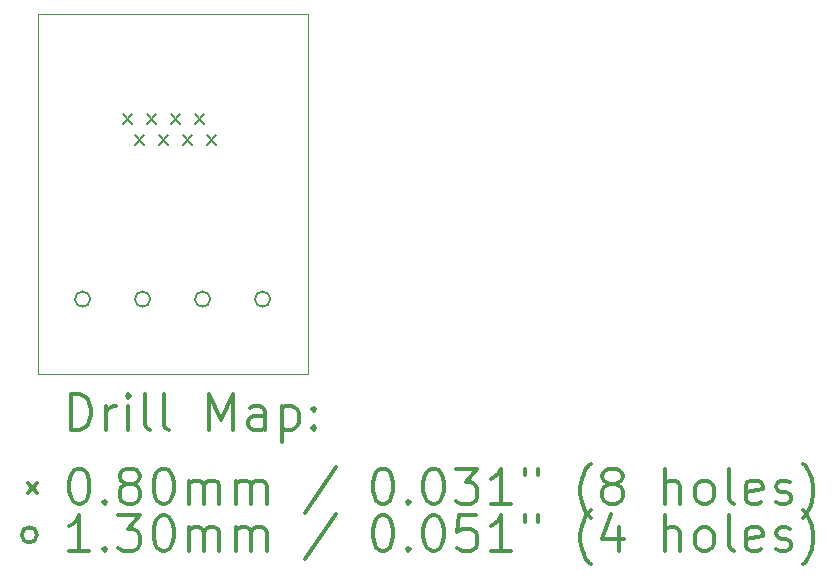
<source format=gbr>
%FSLAX45Y45*%
G04 Gerber Fmt 4.5, Leading zero omitted, Abs format (unit mm)*
G04 Created by KiCad (PCBNEW (5.1.9)-1) date 2021-09-29 15:50:40*
%MOMM*%
%LPD*%
G01*
G04 APERTURE LIST*
%TA.AperFunction,Profile*%
%ADD10C,0.100000*%
%TD*%
%ADD11C,0.200000*%
%ADD12C,0.300000*%
G04 APERTURE END LIST*
D10*
X8763000Y-10160000D02*
X6477000Y-10160000D01*
X8763000Y-13208000D02*
X8763000Y-10160000D01*
X6477000Y-13208000D02*
X8763000Y-13208000D01*
X6477000Y-10160000D02*
X6477000Y-13208000D01*
D11*
X7199000Y-11009000D02*
X7279000Y-11089000D01*
X7279000Y-11009000D02*
X7199000Y-11089000D01*
X7300600Y-11187000D02*
X7380600Y-11267000D01*
X7380600Y-11187000D02*
X7300600Y-11267000D01*
X7402200Y-11009000D02*
X7482200Y-11089000D01*
X7482200Y-11009000D02*
X7402200Y-11089000D01*
X7503800Y-11187000D02*
X7583800Y-11267000D01*
X7583800Y-11187000D02*
X7503800Y-11267000D01*
X7605400Y-11009000D02*
X7685400Y-11089000D01*
X7685400Y-11009000D02*
X7605400Y-11089000D01*
X7707000Y-11187000D02*
X7787000Y-11267000D01*
X7787000Y-11187000D02*
X7707000Y-11267000D01*
X7808600Y-11009000D02*
X7888600Y-11089000D01*
X7888600Y-11009000D02*
X7808600Y-11089000D01*
X7910200Y-11187000D02*
X7990200Y-11267000D01*
X7990200Y-11187000D02*
X7910200Y-11267000D01*
X6923000Y-12573000D02*
G75*
G03*
X6923000Y-12573000I-65000J0D01*
G01*
X7431000Y-12573000D02*
G75*
G03*
X7431000Y-12573000I-65000J0D01*
G01*
X7939000Y-12573000D02*
G75*
G03*
X7939000Y-12573000I-65000J0D01*
G01*
X8447000Y-12573000D02*
G75*
G03*
X8447000Y-12573000I-65000J0D01*
G01*
D12*
X6758428Y-13678714D02*
X6758428Y-13378714D01*
X6829857Y-13378714D01*
X6872714Y-13393000D01*
X6901286Y-13421571D01*
X6915571Y-13450143D01*
X6929857Y-13507286D01*
X6929857Y-13550143D01*
X6915571Y-13607286D01*
X6901286Y-13635857D01*
X6872714Y-13664429D01*
X6829857Y-13678714D01*
X6758428Y-13678714D01*
X7058428Y-13678714D02*
X7058428Y-13478714D01*
X7058428Y-13535857D02*
X7072714Y-13507286D01*
X7087000Y-13493000D01*
X7115571Y-13478714D01*
X7144143Y-13478714D01*
X7244143Y-13678714D02*
X7244143Y-13478714D01*
X7244143Y-13378714D02*
X7229857Y-13393000D01*
X7244143Y-13407286D01*
X7258428Y-13393000D01*
X7244143Y-13378714D01*
X7244143Y-13407286D01*
X7429857Y-13678714D02*
X7401286Y-13664429D01*
X7387000Y-13635857D01*
X7387000Y-13378714D01*
X7587000Y-13678714D02*
X7558428Y-13664429D01*
X7544143Y-13635857D01*
X7544143Y-13378714D01*
X7929857Y-13678714D02*
X7929857Y-13378714D01*
X8029857Y-13593000D01*
X8129857Y-13378714D01*
X8129857Y-13678714D01*
X8401286Y-13678714D02*
X8401286Y-13521571D01*
X8387000Y-13493000D01*
X8358428Y-13478714D01*
X8301286Y-13478714D01*
X8272714Y-13493000D01*
X8401286Y-13664429D02*
X8372714Y-13678714D01*
X8301286Y-13678714D01*
X8272714Y-13664429D01*
X8258428Y-13635857D01*
X8258428Y-13607286D01*
X8272714Y-13578714D01*
X8301286Y-13564429D01*
X8372714Y-13564429D01*
X8401286Y-13550143D01*
X8544143Y-13478714D02*
X8544143Y-13778714D01*
X8544143Y-13493000D02*
X8572714Y-13478714D01*
X8629857Y-13478714D01*
X8658428Y-13493000D01*
X8672714Y-13507286D01*
X8687000Y-13535857D01*
X8687000Y-13621571D01*
X8672714Y-13650143D01*
X8658428Y-13664429D01*
X8629857Y-13678714D01*
X8572714Y-13678714D01*
X8544143Y-13664429D01*
X8815571Y-13650143D02*
X8829857Y-13664429D01*
X8815571Y-13678714D01*
X8801286Y-13664429D01*
X8815571Y-13650143D01*
X8815571Y-13678714D01*
X8815571Y-13493000D02*
X8829857Y-13507286D01*
X8815571Y-13521571D01*
X8801286Y-13507286D01*
X8815571Y-13493000D01*
X8815571Y-13521571D01*
X6392000Y-14133000D02*
X6472000Y-14213000D01*
X6472000Y-14133000D02*
X6392000Y-14213000D01*
X6815571Y-14008714D02*
X6844143Y-14008714D01*
X6872714Y-14023000D01*
X6887000Y-14037286D01*
X6901286Y-14065857D01*
X6915571Y-14123000D01*
X6915571Y-14194429D01*
X6901286Y-14251571D01*
X6887000Y-14280143D01*
X6872714Y-14294429D01*
X6844143Y-14308714D01*
X6815571Y-14308714D01*
X6787000Y-14294429D01*
X6772714Y-14280143D01*
X6758428Y-14251571D01*
X6744143Y-14194429D01*
X6744143Y-14123000D01*
X6758428Y-14065857D01*
X6772714Y-14037286D01*
X6787000Y-14023000D01*
X6815571Y-14008714D01*
X7044143Y-14280143D02*
X7058428Y-14294429D01*
X7044143Y-14308714D01*
X7029857Y-14294429D01*
X7044143Y-14280143D01*
X7044143Y-14308714D01*
X7229857Y-14137286D02*
X7201286Y-14123000D01*
X7187000Y-14108714D01*
X7172714Y-14080143D01*
X7172714Y-14065857D01*
X7187000Y-14037286D01*
X7201286Y-14023000D01*
X7229857Y-14008714D01*
X7287000Y-14008714D01*
X7315571Y-14023000D01*
X7329857Y-14037286D01*
X7344143Y-14065857D01*
X7344143Y-14080143D01*
X7329857Y-14108714D01*
X7315571Y-14123000D01*
X7287000Y-14137286D01*
X7229857Y-14137286D01*
X7201286Y-14151571D01*
X7187000Y-14165857D01*
X7172714Y-14194429D01*
X7172714Y-14251571D01*
X7187000Y-14280143D01*
X7201286Y-14294429D01*
X7229857Y-14308714D01*
X7287000Y-14308714D01*
X7315571Y-14294429D01*
X7329857Y-14280143D01*
X7344143Y-14251571D01*
X7344143Y-14194429D01*
X7329857Y-14165857D01*
X7315571Y-14151571D01*
X7287000Y-14137286D01*
X7529857Y-14008714D02*
X7558428Y-14008714D01*
X7587000Y-14023000D01*
X7601286Y-14037286D01*
X7615571Y-14065857D01*
X7629857Y-14123000D01*
X7629857Y-14194429D01*
X7615571Y-14251571D01*
X7601286Y-14280143D01*
X7587000Y-14294429D01*
X7558428Y-14308714D01*
X7529857Y-14308714D01*
X7501286Y-14294429D01*
X7487000Y-14280143D01*
X7472714Y-14251571D01*
X7458428Y-14194429D01*
X7458428Y-14123000D01*
X7472714Y-14065857D01*
X7487000Y-14037286D01*
X7501286Y-14023000D01*
X7529857Y-14008714D01*
X7758428Y-14308714D02*
X7758428Y-14108714D01*
X7758428Y-14137286D02*
X7772714Y-14123000D01*
X7801286Y-14108714D01*
X7844143Y-14108714D01*
X7872714Y-14123000D01*
X7887000Y-14151571D01*
X7887000Y-14308714D01*
X7887000Y-14151571D02*
X7901286Y-14123000D01*
X7929857Y-14108714D01*
X7972714Y-14108714D01*
X8001286Y-14123000D01*
X8015571Y-14151571D01*
X8015571Y-14308714D01*
X8158428Y-14308714D02*
X8158428Y-14108714D01*
X8158428Y-14137286D02*
X8172714Y-14123000D01*
X8201286Y-14108714D01*
X8244143Y-14108714D01*
X8272714Y-14123000D01*
X8287000Y-14151571D01*
X8287000Y-14308714D01*
X8287000Y-14151571D02*
X8301286Y-14123000D01*
X8329857Y-14108714D01*
X8372714Y-14108714D01*
X8401286Y-14123000D01*
X8415571Y-14151571D01*
X8415571Y-14308714D01*
X9001286Y-13994429D02*
X8744143Y-14380143D01*
X9387000Y-14008714D02*
X9415571Y-14008714D01*
X9444143Y-14023000D01*
X9458428Y-14037286D01*
X9472714Y-14065857D01*
X9487000Y-14123000D01*
X9487000Y-14194429D01*
X9472714Y-14251571D01*
X9458428Y-14280143D01*
X9444143Y-14294429D01*
X9415571Y-14308714D01*
X9387000Y-14308714D01*
X9358428Y-14294429D01*
X9344143Y-14280143D01*
X9329857Y-14251571D01*
X9315571Y-14194429D01*
X9315571Y-14123000D01*
X9329857Y-14065857D01*
X9344143Y-14037286D01*
X9358428Y-14023000D01*
X9387000Y-14008714D01*
X9615571Y-14280143D02*
X9629857Y-14294429D01*
X9615571Y-14308714D01*
X9601286Y-14294429D01*
X9615571Y-14280143D01*
X9615571Y-14308714D01*
X9815571Y-14008714D02*
X9844143Y-14008714D01*
X9872714Y-14023000D01*
X9887000Y-14037286D01*
X9901286Y-14065857D01*
X9915571Y-14123000D01*
X9915571Y-14194429D01*
X9901286Y-14251571D01*
X9887000Y-14280143D01*
X9872714Y-14294429D01*
X9844143Y-14308714D01*
X9815571Y-14308714D01*
X9787000Y-14294429D01*
X9772714Y-14280143D01*
X9758428Y-14251571D01*
X9744143Y-14194429D01*
X9744143Y-14123000D01*
X9758428Y-14065857D01*
X9772714Y-14037286D01*
X9787000Y-14023000D01*
X9815571Y-14008714D01*
X10015571Y-14008714D02*
X10201286Y-14008714D01*
X10101286Y-14123000D01*
X10144143Y-14123000D01*
X10172714Y-14137286D01*
X10187000Y-14151571D01*
X10201286Y-14180143D01*
X10201286Y-14251571D01*
X10187000Y-14280143D01*
X10172714Y-14294429D01*
X10144143Y-14308714D01*
X10058428Y-14308714D01*
X10029857Y-14294429D01*
X10015571Y-14280143D01*
X10487000Y-14308714D02*
X10315571Y-14308714D01*
X10401286Y-14308714D02*
X10401286Y-14008714D01*
X10372714Y-14051571D01*
X10344143Y-14080143D01*
X10315571Y-14094429D01*
X10601286Y-14008714D02*
X10601286Y-14065857D01*
X10715571Y-14008714D02*
X10715571Y-14065857D01*
X11158428Y-14423000D02*
X11144143Y-14408714D01*
X11115571Y-14365857D01*
X11101286Y-14337286D01*
X11087000Y-14294429D01*
X11072714Y-14223000D01*
X11072714Y-14165857D01*
X11087000Y-14094429D01*
X11101286Y-14051571D01*
X11115571Y-14023000D01*
X11144143Y-13980143D01*
X11158428Y-13965857D01*
X11315571Y-14137286D02*
X11287000Y-14123000D01*
X11272714Y-14108714D01*
X11258428Y-14080143D01*
X11258428Y-14065857D01*
X11272714Y-14037286D01*
X11287000Y-14023000D01*
X11315571Y-14008714D01*
X11372714Y-14008714D01*
X11401286Y-14023000D01*
X11415571Y-14037286D01*
X11429857Y-14065857D01*
X11429857Y-14080143D01*
X11415571Y-14108714D01*
X11401286Y-14123000D01*
X11372714Y-14137286D01*
X11315571Y-14137286D01*
X11287000Y-14151571D01*
X11272714Y-14165857D01*
X11258428Y-14194429D01*
X11258428Y-14251571D01*
X11272714Y-14280143D01*
X11287000Y-14294429D01*
X11315571Y-14308714D01*
X11372714Y-14308714D01*
X11401286Y-14294429D01*
X11415571Y-14280143D01*
X11429857Y-14251571D01*
X11429857Y-14194429D01*
X11415571Y-14165857D01*
X11401286Y-14151571D01*
X11372714Y-14137286D01*
X11787000Y-14308714D02*
X11787000Y-14008714D01*
X11915571Y-14308714D02*
X11915571Y-14151571D01*
X11901286Y-14123000D01*
X11872714Y-14108714D01*
X11829857Y-14108714D01*
X11801286Y-14123000D01*
X11787000Y-14137286D01*
X12101286Y-14308714D02*
X12072714Y-14294429D01*
X12058428Y-14280143D01*
X12044143Y-14251571D01*
X12044143Y-14165857D01*
X12058428Y-14137286D01*
X12072714Y-14123000D01*
X12101286Y-14108714D01*
X12144143Y-14108714D01*
X12172714Y-14123000D01*
X12187000Y-14137286D01*
X12201286Y-14165857D01*
X12201286Y-14251571D01*
X12187000Y-14280143D01*
X12172714Y-14294429D01*
X12144143Y-14308714D01*
X12101286Y-14308714D01*
X12372714Y-14308714D02*
X12344143Y-14294429D01*
X12329857Y-14265857D01*
X12329857Y-14008714D01*
X12601286Y-14294429D02*
X12572714Y-14308714D01*
X12515571Y-14308714D01*
X12487000Y-14294429D01*
X12472714Y-14265857D01*
X12472714Y-14151571D01*
X12487000Y-14123000D01*
X12515571Y-14108714D01*
X12572714Y-14108714D01*
X12601286Y-14123000D01*
X12615571Y-14151571D01*
X12615571Y-14180143D01*
X12472714Y-14208714D01*
X12729857Y-14294429D02*
X12758428Y-14308714D01*
X12815571Y-14308714D01*
X12844143Y-14294429D01*
X12858428Y-14265857D01*
X12858428Y-14251571D01*
X12844143Y-14223000D01*
X12815571Y-14208714D01*
X12772714Y-14208714D01*
X12744143Y-14194429D01*
X12729857Y-14165857D01*
X12729857Y-14151571D01*
X12744143Y-14123000D01*
X12772714Y-14108714D01*
X12815571Y-14108714D01*
X12844143Y-14123000D01*
X12958428Y-14423000D02*
X12972714Y-14408714D01*
X13001286Y-14365857D01*
X13015571Y-14337286D01*
X13029857Y-14294429D01*
X13044143Y-14223000D01*
X13044143Y-14165857D01*
X13029857Y-14094429D01*
X13015571Y-14051571D01*
X13001286Y-14023000D01*
X12972714Y-13980143D01*
X12958428Y-13965857D01*
X6472000Y-14569000D02*
G75*
G03*
X6472000Y-14569000I-65000J0D01*
G01*
X6915571Y-14704714D02*
X6744143Y-14704714D01*
X6829857Y-14704714D02*
X6829857Y-14404714D01*
X6801286Y-14447571D01*
X6772714Y-14476143D01*
X6744143Y-14490429D01*
X7044143Y-14676143D02*
X7058428Y-14690429D01*
X7044143Y-14704714D01*
X7029857Y-14690429D01*
X7044143Y-14676143D01*
X7044143Y-14704714D01*
X7158428Y-14404714D02*
X7344143Y-14404714D01*
X7244143Y-14519000D01*
X7287000Y-14519000D01*
X7315571Y-14533286D01*
X7329857Y-14547571D01*
X7344143Y-14576143D01*
X7344143Y-14647571D01*
X7329857Y-14676143D01*
X7315571Y-14690429D01*
X7287000Y-14704714D01*
X7201286Y-14704714D01*
X7172714Y-14690429D01*
X7158428Y-14676143D01*
X7529857Y-14404714D02*
X7558428Y-14404714D01*
X7587000Y-14419000D01*
X7601286Y-14433286D01*
X7615571Y-14461857D01*
X7629857Y-14519000D01*
X7629857Y-14590429D01*
X7615571Y-14647571D01*
X7601286Y-14676143D01*
X7587000Y-14690429D01*
X7558428Y-14704714D01*
X7529857Y-14704714D01*
X7501286Y-14690429D01*
X7487000Y-14676143D01*
X7472714Y-14647571D01*
X7458428Y-14590429D01*
X7458428Y-14519000D01*
X7472714Y-14461857D01*
X7487000Y-14433286D01*
X7501286Y-14419000D01*
X7529857Y-14404714D01*
X7758428Y-14704714D02*
X7758428Y-14504714D01*
X7758428Y-14533286D02*
X7772714Y-14519000D01*
X7801286Y-14504714D01*
X7844143Y-14504714D01*
X7872714Y-14519000D01*
X7887000Y-14547571D01*
X7887000Y-14704714D01*
X7887000Y-14547571D02*
X7901286Y-14519000D01*
X7929857Y-14504714D01*
X7972714Y-14504714D01*
X8001286Y-14519000D01*
X8015571Y-14547571D01*
X8015571Y-14704714D01*
X8158428Y-14704714D02*
X8158428Y-14504714D01*
X8158428Y-14533286D02*
X8172714Y-14519000D01*
X8201286Y-14504714D01*
X8244143Y-14504714D01*
X8272714Y-14519000D01*
X8287000Y-14547571D01*
X8287000Y-14704714D01*
X8287000Y-14547571D02*
X8301286Y-14519000D01*
X8329857Y-14504714D01*
X8372714Y-14504714D01*
X8401286Y-14519000D01*
X8415571Y-14547571D01*
X8415571Y-14704714D01*
X9001286Y-14390429D02*
X8744143Y-14776143D01*
X9387000Y-14404714D02*
X9415571Y-14404714D01*
X9444143Y-14419000D01*
X9458428Y-14433286D01*
X9472714Y-14461857D01*
X9487000Y-14519000D01*
X9487000Y-14590429D01*
X9472714Y-14647571D01*
X9458428Y-14676143D01*
X9444143Y-14690429D01*
X9415571Y-14704714D01*
X9387000Y-14704714D01*
X9358428Y-14690429D01*
X9344143Y-14676143D01*
X9329857Y-14647571D01*
X9315571Y-14590429D01*
X9315571Y-14519000D01*
X9329857Y-14461857D01*
X9344143Y-14433286D01*
X9358428Y-14419000D01*
X9387000Y-14404714D01*
X9615571Y-14676143D02*
X9629857Y-14690429D01*
X9615571Y-14704714D01*
X9601286Y-14690429D01*
X9615571Y-14676143D01*
X9615571Y-14704714D01*
X9815571Y-14404714D02*
X9844143Y-14404714D01*
X9872714Y-14419000D01*
X9887000Y-14433286D01*
X9901286Y-14461857D01*
X9915571Y-14519000D01*
X9915571Y-14590429D01*
X9901286Y-14647571D01*
X9887000Y-14676143D01*
X9872714Y-14690429D01*
X9844143Y-14704714D01*
X9815571Y-14704714D01*
X9787000Y-14690429D01*
X9772714Y-14676143D01*
X9758428Y-14647571D01*
X9744143Y-14590429D01*
X9744143Y-14519000D01*
X9758428Y-14461857D01*
X9772714Y-14433286D01*
X9787000Y-14419000D01*
X9815571Y-14404714D01*
X10187000Y-14404714D02*
X10044143Y-14404714D01*
X10029857Y-14547571D01*
X10044143Y-14533286D01*
X10072714Y-14519000D01*
X10144143Y-14519000D01*
X10172714Y-14533286D01*
X10187000Y-14547571D01*
X10201286Y-14576143D01*
X10201286Y-14647571D01*
X10187000Y-14676143D01*
X10172714Y-14690429D01*
X10144143Y-14704714D01*
X10072714Y-14704714D01*
X10044143Y-14690429D01*
X10029857Y-14676143D01*
X10487000Y-14704714D02*
X10315571Y-14704714D01*
X10401286Y-14704714D02*
X10401286Y-14404714D01*
X10372714Y-14447571D01*
X10344143Y-14476143D01*
X10315571Y-14490429D01*
X10601286Y-14404714D02*
X10601286Y-14461857D01*
X10715571Y-14404714D02*
X10715571Y-14461857D01*
X11158428Y-14819000D02*
X11144143Y-14804714D01*
X11115571Y-14761857D01*
X11101286Y-14733286D01*
X11087000Y-14690429D01*
X11072714Y-14619000D01*
X11072714Y-14561857D01*
X11087000Y-14490429D01*
X11101286Y-14447571D01*
X11115571Y-14419000D01*
X11144143Y-14376143D01*
X11158428Y-14361857D01*
X11401286Y-14504714D02*
X11401286Y-14704714D01*
X11329857Y-14390429D02*
X11258428Y-14604714D01*
X11444143Y-14604714D01*
X11787000Y-14704714D02*
X11787000Y-14404714D01*
X11915571Y-14704714D02*
X11915571Y-14547571D01*
X11901286Y-14519000D01*
X11872714Y-14504714D01*
X11829857Y-14504714D01*
X11801286Y-14519000D01*
X11787000Y-14533286D01*
X12101286Y-14704714D02*
X12072714Y-14690429D01*
X12058428Y-14676143D01*
X12044143Y-14647571D01*
X12044143Y-14561857D01*
X12058428Y-14533286D01*
X12072714Y-14519000D01*
X12101286Y-14504714D01*
X12144143Y-14504714D01*
X12172714Y-14519000D01*
X12187000Y-14533286D01*
X12201286Y-14561857D01*
X12201286Y-14647571D01*
X12187000Y-14676143D01*
X12172714Y-14690429D01*
X12144143Y-14704714D01*
X12101286Y-14704714D01*
X12372714Y-14704714D02*
X12344143Y-14690429D01*
X12329857Y-14661857D01*
X12329857Y-14404714D01*
X12601286Y-14690429D02*
X12572714Y-14704714D01*
X12515571Y-14704714D01*
X12487000Y-14690429D01*
X12472714Y-14661857D01*
X12472714Y-14547571D01*
X12487000Y-14519000D01*
X12515571Y-14504714D01*
X12572714Y-14504714D01*
X12601286Y-14519000D01*
X12615571Y-14547571D01*
X12615571Y-14576143D01*
X12472714Y-14604714D01*
X12729857Y-14690429D02*
X12758428Y-14704714D01*
X12815571Y-14704714D01*
X12844143Y-14690429D01*
X12858428Y-14661857D01*
X12858428Y-14647571D01*
X12844143Y-14619000D01*
X12815571Y-14604714D01*
X12772714Y-14604714D01*
X12744143Y-14590429D01*
X12729857Y-14561857D01*
X12729857Y-14547571D01*
X12744143Y-14519000D01*
X12772714Y-14504714D01*
X12815571Y-14504714D01*
X12844143Y-14519000D01*
X12958428Y-14819000D02*
X12972714Y-14804714D01*
X13001286Y-14761857D01*
X13015571Y-14733286D01*
X13029857Y-14690429D01*
X13044143Y-14619000D01*
X13044143Y-14561857D01*
X13029857Y-14490429D01*
X13015571Y-14447571D01*
X13001286Y-14419000D01*
X12972714Y-14376143D01*
X12958428Y-14361857D01*
M02*

</source>
